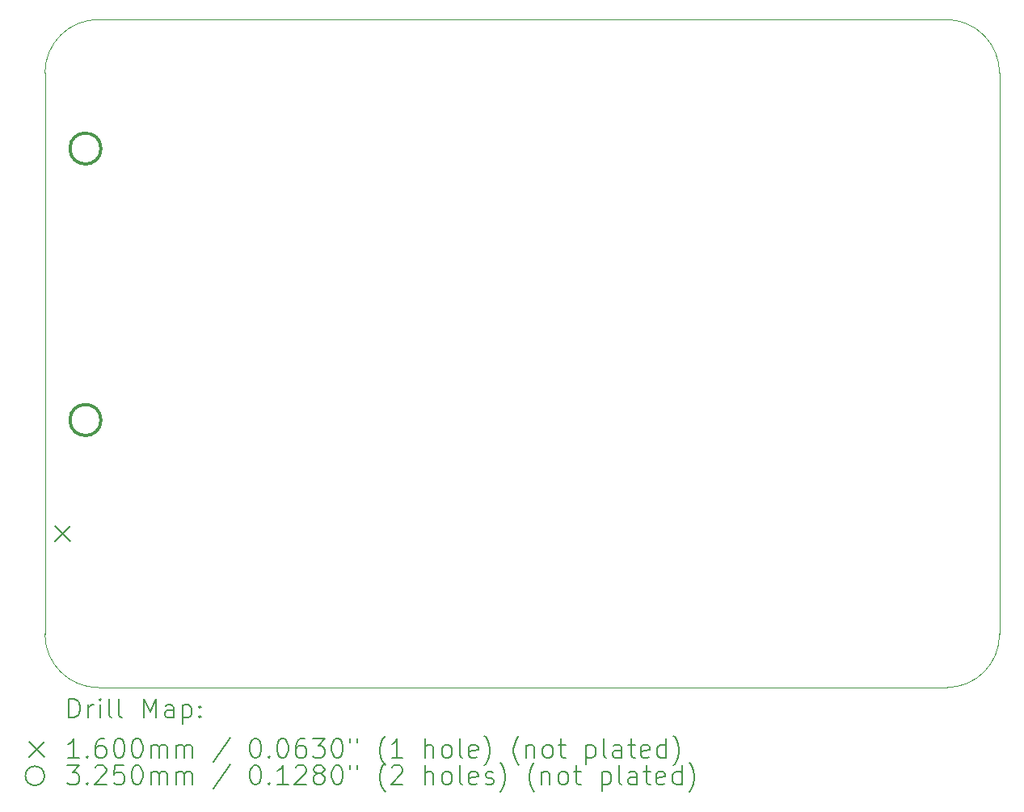
<source format=gbr>
%TF.GenerationSoftware,KiCad,Pcbnew,6.0.9+dfsg-1*%
%TF.CreationDate,2022-12-03T23:11:16+00:00*%
%TF.ProjectId,Token_Ring_MAU,546f6b65-6e5f-4526-996e-675f4d41552e,rev?*%
%TF.SameCoordinates,Original*%
%TF.FileFunction,Drillmap*%
%TF.FilePolarity,Positive*%
%FSLAX45Y45*%
G04 Gerber Fmt 4.5, Leading zero omitted, Abs format (unit mm)*
G04 Created by KiCad (PCBNEW 6.0.9+dfsg-1) date 2022-12-03 23:11:16*
%MOMM*%
%LPD*%
G01*
G04 APERTURE LIST*
%ADD10C,0.100000*%
%ADD11C,0.200000*%
%ADD12C,0.160000*%
%ADD13C,0.325000*%
G04 APERTURE END LIST*
D10*
X10000000Y-11440000D02*
G75*
G03*
X10560000Y-12000000I560000J0D01*
G01*
X10560000Y-5000000D02*
G75*
G03*
X10000000Y-5560000I0J-560000D01*
G01*
X19450000Y-12000000D02*
G75*
G03*
X20000000Y-11440000I-5000J555000D01*
G01*
X20000000Y-11440000D02*
X20000000Y-5560000D01*
X10000000Y-5560000D02*
X10000000Y-11440000D01*
X20000000Y-5560000D02*
G75*
G03*
X19440000Y-5000000I-560000J0D01*
G01*
X10560000Y-12000000D02*
X19450000Y-12000000D01*
X10560000Y-5000000D02*
X19440000Y-5000000D01*
D11*
D12*
X10108700Y-10310900D02*
X10268700Y-10470900D01*
X10268700Y-10310900D02*
X10108700Y-10470900D01*
D13*
X10586700Y-6351700D02*
G75*
G03*
X10586700Y-6351700I-162500J0D01*
G01*
X10586700Y-9196700D02*
G75*
G03*
X10586700Y-9196700I-162500J0D01*
G01*
D11*
X10252619Y-12315476D02*
X10252619Y-12115476D01*
X10300238Y-12115476D01*
X10328810Y-12125000D01*
X10347857Y-12144048D01*
X10357381Y-12163095D01*
X10366905Y-12201190D01*
X10366905Y-12229762D01*
X10357381Y-12267857D01*
X10347857Y-12286905D01*
X10328810Y-12305952D01*
X10300238Y-12315476D01*
X10252619Y-12315476D01*
X10452619Y-12315476D02*
X10452619Y-12182143D01*
X10452619Y-12220238D02*
X10462143Y-12201190D01*
X10471667Y-12191667D01*
X10490714Y-12182143D01*
X10509762Y-12182143D01*
X10576429Y-12315476D02*
X10576429Y-12182143D01*
X10576429Y-12115476D02*
X10566905Y-12125000D01*
X10576429Y-12134524D01*
X10585952Y-12125000D01*
X10576429Y-12115476D01*
X10576429Y-12134524D01*
X10700238Y-12315476D02*
X10681190Y-12305952D01*
X10671667Y-12286905D01*
X10671667Y-12115476D01*
X10805000Y-12315476D02*
X10785952Y-12305952D01*
X10776429Y-12286905D01*
X10776429Y-12115476D01*
X11033571Y-12315476D02*
X11033571Y-12115476D01*
X11100238Y-12258333D01*
X11166905Y-12115476D01*
X11166905Y-12315476D01*
X11347857Y-12315476D02*
X11347857Y-12210714D01*
X11338333Y-12191667D01*
X11319286Y-12182143D01*
X11281190Y-12182143D01*
X11262143Y-12191667D01*
X11347857Y-12305952D02*
X11328809Y-12315476D01*
X11281190Y-12315476D01*
X11262143Y-12305952D01*
X11252619Y-12286905D01*
X11252619Y-12267857D01*
X11262143Y-12248809D01*
X11281190Y-12239286D01*
X11328809Y-12239286D01*
X11347857Y-12229762D01*
X11443095Y-12182143D02*
X11443095Y-12382143D01*
X11443095Y-12191667D02*
X11462143Y-12182143D01*
X11500238Y-12182143D01*
X11519286Y-12191667D01*
X11528809Y-12201190D01*
X11538333Y-12220238D01*
X11538333Y-12277381D01*
X11528809Y-12296428D01*
X11519286Y-12305952D01*
X11500238Y-12315476D01*
X11462143Y-12315476D01*
X11443095Y-12305952D01*
X11624048Y-12296428D02*
X11633571Y-12305952D01*
X11624048Y-12315476D01*
X11614524Y-12305952D01*
X11624048Y-12296428D01*
X11624048Y-12315476D01*
X11624048Y-12191667D02*
X11633571Y-12201190D01*
X11624048Y-12210714D01*
X11614524Y-12201190D01*
X11624048Y-12191667D01*
X11624048Y-12210714D01*
D12*
X9835000Y-12565000D02*
X9995000Y-12725000D01*
X9995000Y-12565000D02*
X9835000Y-12725000D01*
D11*
X10357381Y-12735476D02*
X10243095Y-12735476D01*
X10300238Y-12735476D02*
X10300238Y-12535476D01*
X10281190Y-12564048D01*
X10262143Y-12583095D01*
X10243095Y-12592619D01*
X10443095Y-12716428D02*
X10452619Y-12725952D01*
X10443095Y-12735476D01*
X10433571Y-12725952D01*
X10443095Y-12716428D01*
X10443095Y-12735476D01*
X10624048Y-12535476D02*
X10585952Y-12535476D01*
X10566905Y-12545000D01*
X10557381Y-12554524D01*
X10538333Y-12583095D01*
X10528810Y-12621190D01*
X10528810Y-12697381D01*
X10538333Y-12716428D01*
X10547857Y-12725952D01*
X10566905Y-12735476D01*
X10605000Y-12735476D01*
X10624048Y-12725952D01*
X10633571Y-12716428D01*
X10643095Y-12697381D01*
X10643095Y-12649762D01*
X10633571Y-12630714D01*
X10624048Y-12621190D01*
X10605000Y-12611667D01*
X10566905Y-12611667D01*
X10547857Y-12621190D01*
X10538333Y-12630714D01*
X10528810Y-12649762D01*
X10766905Y-12535476D02*
X10785952Y-12535476D01*
X10805000Y-12545000D01*
X10814524Y-12554524D01*
X10824048Y-12573571D01*
X10833571Y-12611667D01*
X10833571Y-12659286D01*
X10824048Y-12697381D01*
X10814524Y-12716428D01*
X10805000Y-12725952D01*
X10785952Y-12735476D01*
X10766905Y-12735476D01*
X10747857Y-12725952D01*
X10738333Y-12716428D01*
X10728810Y-12697381D01*
X10719286Y-12659286D01*
X10719286Y-12611667D01*
X10728810Y-12573571D01*
X10738333Y-12554524D01*
X10747857Y-12545000D01*
X10766905Y-12535476D01*
X10957381Y-12535476D02*
X10976429Y-12535476D01*
X10995476Y-12545000D01*
X11005000Y-12554524D01*
X11014524Y-12573571D01*
X11024048Y-12611667D01*
X11024048Y-12659286D01*
X11014524Y-12697381D01*
X11005000Y-12716428D01*
X10995476Y-12725952D01*
X10976429Y-12735476D01*
X10957381Y-12735476D01*
X10938333Y-12725952D01*
X10928810Y-12716428D01*
X10919286Y-12697381D01*
X10909762Y-12659286D01*
X10909762Y-12611667D01*
X10919286Y-12573571D01*
X10928810Y-12554524D01*
X10938333Y-12545000D01*
X10957381Y-12535476D01*
X11109762Y-12735476D02*
X11109762Y-12602143D01*
X11109762Y-12621190D02*
X11119286Y-12611667D01*
X11138333Y-12602143D01*
X11166905Y-12602143D01*
X11185952Y-12611667D01*
X11195476Y-12630714D01*
X11195476Y-12735476D01*
X11195476Y-12630714D02*
X11205000Y-12611667D01*
X11224048Y-12602143D01*
X11252619Y-12602143D01*
X11271667Y-12611667D01*
X11281190Y-12630714D01*
X11281190Y-12735476D01*
X11376428Y-12735476D02*
X11376428Y-12602143D01*
X11376428Y-12621190D02*
X11385952Y-12611667D01*
X11405000Y-12602143D01*
X11433571Y-12602143D01*
X11452619Y-12611667D01*
X11462143Y-12630714D01*
X11462143Y-12735476D01*
X11462143Y-12630714D02*
X11471667Y-12611667D01*
X11490714Y-12602143D01*
X11519286Y-12602143D01*
X11538333Y-12611667D01*
X11547857Y-12630714D01*
X11547857Y-12735476D01*
X11938333Y-12525952D02*
X11766905Y-12783095D01*
X12195476Y-12535476D02*
X12214524Y-12535476D01*
X12233571Y-12545000D01*
X12243095Y-12554524D01*
X12252619Y-12573571D01*
X12262143Y-12611667D01*
X12262143Y-12659286D01*
X12252619Y-12697381D01*
X12243095Y-12716428D01*
X12233571Y-12725952D01*
X12214524Y-12735476D01*
X12195476Y-12735476D01*
X12176428Y-12725952D01*
X12166905Y-12716428D01*
X12157381Y-12697381D01*
X12147857Y-12659286D01*
X12147857Y-12611667D01*
X12157381Y-12573571D01*
X12166905Y-12554524D01*
X12176428Y-12545000D01*
X12195476Y-12535476D01*
X12347857Y-12716428D02*
X12357381Y-12725952D01*
X12347857Y-12735476D01*
X12338333Y-12725952D01*
X12347857Y-12716428D01*
X12347857Y-12735476D01*
X12481190Y-12535476D02*
X12500238Y-12535476D01*
X12519286Y-12545000D01*
X12528809Y-12554524D01*
X12538333Y-12573571D01*
X12547857Y-12611667D01*
X12547857Y-12659286D01*
X12538333Y-12697381D01*
X12528809Y-12716428D01*
X12519286Y-12725952D01*
X12500238Y-12735476D01*
X12481190Y-12735476D01*
X12462143Y-12725952D01*
X12452619Y-12716428D01*
X12443095Y-12697381D01*
X12433571Y-12659286D01*
X12433571Y-12611667D01*
X12443095Y-12573571D01*
X12452619Y-12554524D01*
X12462143Y-12545000D01*
X12481190Y-12535476D01*
X12719286Y-12535476D02*
X12681190Y-12535476D01*
X12662143Y-12545000D01*
X12652619Y-12554524D01*
X12633571Y-12583095D01*
X12624048Y-12621190D01*
X12624048Y-12697381D01*
X12633571Y-12716428D01*
X12643095Y-12725952D01*
X12662143Y-12735476D01*
X12700238Y-12735476D01*
X12719286Y-12725952D01*
X12728809Y-12716428D01*
X12738333Y-12697381D01*
X12738333Y-12649762D01*
X12728809Y-12630714D01*
X12719286Y-12621190D01*
X12700238Y-12611667D01*
X12662143Y-12611667D01*
X12643095Y-12621190D01*
X12633571Y-12630714D01*
X12624048Y-12649762D01*
X12805000Y-12535476D02*
X12928809Y-12535476D01*
X12862143Y-12611667D01*
X12890714Y-12611667D01*
X12909762Y-12621190D01*
X12919286Y-12630714D01*
X12928809Y-12649762D01*
X12928809Y-12697381D01*
X12919286Y-12716428D01*
X12909762Y-12725952D01*
X12890714Y-12735476D01*
X12833571Y-12735476D01*
X12814524Y-12725952D01*
X12805000Y-12716428D01*
X13052619Y-12535476D02*
X13071667Y-12535476D01*
X13090714Y-12545000D01*
X13100238Y-12554524D01*
X13109762Y-12573571D01*
X13119286Y-12611667D01*
X13119286Y-12659286D01*
X13109762Y-12697381D01*
X13100238Y-12716428D01*
X13090714Y-12725952D01*
X13071667Y-12735476D01*
X13052619Y-12735476D01*
X13033571Y-12725952D01*
X13024048Y-12716428D01*
X13014524Y-12697381D01*
X13005000Y-12659286D01*
X13005000Y-12611667D01*
X13014524Y-12573571D01*
X13024048Y-12554524D01*
X13033571Y-12545000D01*
X13052619Y-12535476D01*
X13195476Y-12535476D02*
X13195476Y-12573571D01*
X13271667Y-12535476D02*
X13271667Y-12573571D01*
X13566905Y-12811667D02*
X13557381Y-12802143D01*
X13538333Y-12773571D01*
X13528809Y-12754524D01*
X13519286Y-12725952D01*
X13509762Y-12678333D01*
X13509762Y-12640238D01*
X13519286Y-12592619D01*
X13528809Y-12564048D01*
X13538333Y-12545000D01*
X13557381Y-12516428D01*
X13566905Y-12506905D01*
X13747857Y-12735476D02*
X13633571Y-12735476D01*
X13690714Y-12735476D02*
X13690714Y-12535476D01*
X13671667Y-12564048D01*
X13652619Y-12583095D01*
X13633571Y-12592619D01*
X13985952Y-12735476D02*
X13985952Y-12535476D01*
X14071667Y-12735476D02*
X14071667Y-12630714D01*
X14062143Y-12611667D01*
X14043095Y-12602143D01*
X14014524Y-12602143D01*
X13995476Y-12611667D01*
X13985952Y-12621190D01*
X14195476Y-12735476D02*
X14176428Y-12725952D01*
X14166905Y-12716428D01*
X14157381Y-12697381D01*
X14157381Y-12640238D01*
X14166905Y-12621190D01*
X14176428Y-12611667D01*
X14195476Y-12602143D01*
X14224048Y-12602143D01*
X14243095Y-12611667D01*
X14252619Y-12621190D01*
X14262143Y-12640238D01*
X14262143Y-12697381D01*
X14252619Y-12716428D01*
X14243095Y-12725952D01*
X14224048Y-12735476D01*
X14195476Y-12735476D01*
X14376428Y-12735476D02*
X14357381Y-12725952D01*
X14347857Y-12706905D01*
X14347857Y-12535476D01*
X14528809Y-12725952D02*
X14509762Y-12735476D01*
X14471667Y-12735476D01*
X14452619Y-12725952D01*
X14443095Y-12706905D01*
X14443095Y-12630714D01*
X14452619Y-12611667D01*
X14471667Y-12602143D01*
X14509762Y-12602143D01*
X14528809Y-12611667D01*
X14538333Y-12630714D01*
X14538333Y-12649762D01*
X14443095Y-12668809D01*
X14605000Y-12811667D02*
X14614524Y-12802143D01*
X14633571Y-12773571D01*
X14643095Y-12754524D01*
X14652619Y-12725952D01*
X14662143Y-12678333D01*
X14662143Y-12640238D01*
X14652619Y-12592619D01*
X14643095Y-12564048D01*
X14633571Y-12545000D01*
X14614524Y-12516428D01*
X14605000Y-12506905D01*
X14966905Y-12811667D02*
X14957381Y-12802143D01*
X14938333Y-12773571D01*
X14928809Y-12754524D01*
X14919286Y-12725952D01*
X14909762Y-12678333D01*
X14909762Y-12640238D01*
X14919286Y-12592619D01*
X14928809Y-12564048D01*
X14938333Y-12545000D01*
X14957381Y-12516428D01*
X14966905Y-12506905D01*
X15043095Y-12602143D02*
X15043095Y-12735476D01*
X15043095Y-12621190D02*
X15052619Y-12611667D01*
X15071667Y-12602143D01*
X15100238Y-12602143D01*
X15119286Y-12611667D01*
X15128809Y-12630714D01*
X15128809Y-12735476D01*
X15252619Y-12735476D02*
X15233571Y-12725952D01*
X15224048Y-12716428D01*
X15214524Y-12697381D01*
X15214524Y-12640238D01*
X15224048Y-12621190D01*
X15233571Y-12611667D01*
X15252619Y-12602143D01*
X15281190Y-12602143D01*
X15300238Y-12611667D01*
X15309762Y-12621190D01*
X15319286Y-12640238D01*
X15319286Y-12697381D01*
X15309762Y-12716428D01*
X15300238Y-12725952D01*
X15281190Y-12735476D01*
X15252619Y-12735476D01*
X15376428Y-12602143D02*
X15452619Y-12602143D01*
X15405000Y-12535476D02*
X15405000Y-12706905D01*
X15414524Y-12725952D01*
X15433571Y-12735476D01*
X15452619Y-12735476D01*
X15671667Y-12602143D02*
X15671667Y-12802143D01*
X15671667Y-12611667D02*
X15690714Y-12602143D01*
X15728809Y-12602143D01*
X15747857Y-12611667D01*
X15757381Y-12621190D01*
X15766905Y-12640238D01*
X15766905Y-12697381D01*
X15757381Y-12716428D01*
X15747857Y-12725952D01*
X15728809Y-12735476D01*
X15690714Y-12735476D01*
X15671667Y-12725952D01*
X15881190Y-12735476D02*
X15862143Y-12725952D01*
X15852619Y-12706905D01*
X15852619Y-12535476D01*
X16043095Y-12735476D02*
X16043095Y-12630714D01*
X16033571Y-12611667D01*
X16014524Y-12602143D01*
X15976428Y-12602143D01*
X15957381Y-12611667D01*
X16043095Y-12725952D02*
X16024048Y-12735476D01*
X15976428Y-12735476D01*
X15957381Y-12725952D01*
X15947857Y-12706905D01*
X15947857Y-12687857D01*
X15957381Y-12668809D01*
X15976428Y-12659286D01*
X16024048Y-12659286D01*
X16043095Y-12649762D01*
X16109762Y-12602143D02*
X16185952Y-12602143D01*
X16138333Y-12535476D02*
X16138333Y-12706905D01*
X16147857Y-12725952D01*
X16166905Y-12735476D01*
X16185952Y-12735476D01*
X16328809Y-12725952D02*
X16309762Y-12735476D01*
X16271667Y-12735476D01*
X16252619Y-12725952D01*
X16243095Y-12706905D01*
X16243095Y-12630714D01*
X16252619Y-12611667D01*
X16271667Y-12602143D01*
X16309762Y-12602143D01*
X16328809Y-12611667D01*
X16338333Y-12630714D01*
X16338333Y-12649762D01*
X16243095Y-12668809D01*
X16509762Y-12735476D02*
X16509762Y-12535476D01*
X16509762Y-12725952D02*
X16490714Y-12735476D01*
X16452619Y-12735476D01*
X16433571Y-12725952D01*
X16424048Y-12716428D01*
X16414524Y-12697381D01*
X16414524Y-12640238D01*
X16424048Y-12621190D01*
X16433571Y-12611667D01*
X16452619Y-12602143D01*
X16490714Y-12602143D01*
X16509762Y-12611667D01*
X16585952Y-12811667D02*
X16595476Y-12802143D01*
X16614524Y-12773571D01*
X16624048Y-12754524D01*
X16633571Y-12725952D01*
X16643095Y-12678333D01*
X16643095Y-12640238D01*
X16633571Y-12592619D01*
X16624048Y-12564048D01*
X16614524Y-12545000D01*
X16595476Y-12516428D01*
X16585952Y-12506905D01*
X9995000Y-12925000D02*
G75*
G03*
X9995000Y-12925000I-100000J0D01*
G01*
X10233571Y-12815476D02*
X10357381Y-12815476D01*
X10290714Y-12891667D01*
X10319286Y-12891667D01*
X10338333Y-12901190D01*
X10347857Y-12910714D01*
X10357381Y-12929762D01*
X10357381Y-12977381D01*
X10347857Y-12996428D01*
X10338333Y-13005952D01*
X10319286Y-13015476D01*
X10262143Y-13015476D01*
X10243095Y-13005952D01*
X10233571Y-12996428D01*
X10443095Y-12996428D02*
X10452619Y-13005952D01*
X10443095Y-13015476D01*
X10433571Y-13005952D01*
X10443095Y-12996428D01*
X10443095Y-13015476D01*
X10528810Y-12834524D02*
X10538333Y-12825000D01*
X10557381Y-12815476D01*
X10605000Y-12815476D01*
X10624048Y-12825000D01*
X10633571Y-12834524D01*
X10643095Y-12853571D01*
X10643095Y-12872619D01*
X10633571Y-12901190D01*
X10519286Y-13015476D01*
X10643095Y-13015476D01*
X10824048Y-12815476D02*
X10728810Y-12815476D01*
X10719286Y-12910714D01*
X10728810Y-12901190D01*
X10747857Y-12891667D01*
X10795476Y-12891667D01*
X10814524Y-12901190D01*
X10824048Y-12910714D01*
X10833571Y-12929762D01*
X10833571Y-12977381D01*
X10824048Y-12996428D01*
X10814524Y-13005952D01*
X10795476Y-13015476D01*
X10747857Y-13015476D01*
X10728810Y-13005952D01*
X10719286Y-12996428D01*
X10957381Y-12815476D02*
X10976429Y-12815476D01*
X10995476Y-12825000D01*
X11005000Y-12834524D01*
X11014524Y-12853571D01*
X11024048Y-12891667D01*
X11024048Y-12939286D01*
X11014524Y-12977381D01*
X11005000Y-12996428D01*
X10995476Y-13005952D01*
X10976429Y-13015476D01*
X10957381Y-13015476D01*
X10938333Y-13005952D01*
X10928810Y-12996428D01*
X10919286Y-12977381D01*
X10909762Y-12939286D01*
X10909762Y-12891667D01*
X10919286Y-12853571D01*
X10928810Y-12834524D01*
X10938333Y-12825000D01*
X10957381Y-12815476D01*
X11109762Y-13015476D02*
X11109762Y-12882143D01*
X11109762Y-12901190D02*
X11119286Y-12891667D01*
X11138333Y-12882143D01*
X11166905Y-12882143D01*
X11185952Y-12891667D01*
X11195476Y-12910714D01*
X11195476Y-13015476D01*
X11195476Y-12910714D02*
X11205000Y-12891667D01*
X11224048Y-12882143D01*
X11252619Y-12882143D01*
X11271667Y-12891667D01*
X11281190Y-12910714D01*
X11281190Y-13015476D01*
X11376428Y-13015476D02*
X11376428Y-12882143D01*
X11376428Y-12901190D02*
X11385952Y-12891667D01*
X11405000Y-12882143D01*
X11433571Y-12882143D01*
X11452619Y-12891667D01*
X11462143Y-12910714D01*
X11462143Y-13015476D01*
X11462143Y-12910714D02*
X11471667Y-12891667D01*
X11490714Y-12882143D01*
X11519286Y-12882143D01*
X11538333Y-12891667D01*
X11547857Y-12910714D01*
X11547857Y-13015476D01*
X11938333Y-12805952D02*
X11766905Y-13063095D01*
X12195476Y-12815476D02*
X12214524Y-12815476D01*
X12233571Y-12825000D01*
X12243095Y-12834524D01*
X12252619Y-12853571D01*
X12262143Y-12891667D01*
X12262143Y-12939286D01*
X12252619Y-12977381D01*
X12243095Y-12996428D01*
X12233571Y-13005952D01*
X12214524Y-13015476D01*
X12195476Y-13015476D01*
X12176428Y-13005952D01*
X12166905Y-12996428D01*
X12157381Y-12977381D01*
X12147857Y-12939286D01*
X12147857Y-12891667D01*
X12157381Y-12853571D01*
X12166905Y-12834524D01*
X12176428Y-12825000D01*
X12195476Y-12815476D01*
X12347857Y-12996428D02*
X12357381Y-13005952D01*
X12347857Y-13015476D01*
X12338333Y-13005952D01*
X12347857Y-12996428D01*
X12347857Y-13015476D01*
X12547857Y-13015476D02*
X12433571Y-13015476D01*
X12490714Y-13015476D02*
X12490714Y-12815476D01*
X12471667Y-12844048D01*
X12452619Y-12863095D01*
X12433571Y-12872619D01*
X12624048Y-12834524D02*
X12633571Y-12825000D01*
X12652619Y-12815476D01*
X12700238Y-12815476D01*
X12719286Y-12825000D01*
X12728809Y-12834524D01*
X12738333Y-12853571D01*
X12738333Y-12872619D01*
X12728809Y-12901190D01*
X12614524Y-13015476D01*
X12738333Y-13015476D01*
X12852619Y-12901190D02*
X12833571Y-12891667D01*
X12824048Y-12882143D01*
X12814524Y-12863095D01*
X12814524Y-12853571D01*
X12824048Y-12834524D01*
X12833571Y-12825000D01*
X12852619Y-12815476D01*
X12890714Y-12815476D01*
X12909762Y-12825000D01*
X12919286Y-12834524D01*
X12928809Y-12853571D01*
X12928809Y-12863095D01*
X12919286Y-12882143D01*
X12909762Y-12891667D01*
X12890714Y-12901190D01*
X12852619Y-12901190D01*
X12833571Y-12910714D01*
X12824048Y-12920238D01*
X12814524Y-12939286D01*
X12814524Y-12977381D01*
X12824048Y-12996428D01*
X12833571Y-13005952D01*
X12852619Y-13015476D01*
X12890714Y-13015476D01*
X12909762Y-13005952D01*
X12919286Y-12996428D01*
X12928809Y-12977381D01*
X12928809Y-12939286D01*
X12919286Y-12920238D01*
X12909762Y-12910714D01*
X12890714Y-12901190D01*
X13052619Y-12815476D02*
X13071667Y-12815476D01*
X13090714Y-12825000D01*
X13100238Y-12834524D01*
X13109762Y-12853571D01*
X13119286Y-12891667D01*
X13119286Y-12939286D01*
X13109762Y-12977381D01*
X13100238Y-12996428D01*
X13090714Y-13005952D01*
X13071667Y-13015476D01*
X13052619Y-13015476D01*
X13033571Y-13005952D01*
X13024048Y-12996428D01*
X13014524Y-12977381D01*
X13005000Y-12939286D01*
X13005000Y-12891667D01*
X13014524Y-12853571D01*
X13024048Y-12834524D01*
X13033571Y-12825000D01*
X13052619Y-12815476D01*
X13195476Y-12815476D02*
X13195476Y-12853571D01*
X13271667Y-12815476D02*
X13271667Y-12853571D01*
X13566905Y-13091667D02*
X13557381Y-13082143D01*
X13538333Y-13053571D01*
X13528809Y-13034524D01*
X13519286Y-13005952D01*
X13509762Y-12958333D01*
X13509762Y-12920238D01*
X13519286Y-12872619D01*
X13528809Y-12844048D01*
X13538333Y-12825000D01*
X13557381Y-12796428D01*
X13566905Y-12786905D01*
X13633571Y-12834524D02*
X13643095Y-12825000D01*
X13662143Y-12815476D01*
X13709762Y-12815476D01*
X13728809Y-12825000D01*
X13738333Y-12834524D01*
X13747857Y-12853571D01*
X13747857Y-12872619D01*
X13738333Y-12901190D01*
X13624048Y-13015476D01*
X13747857Y-13015476D01*
X13985952Y-13015476D02*
X13985952Y-12815476D01*
X14071667Y-13015476D02*
X14071667Y-12910714D01*
X14062143Y-12891667D01*
X14043095Y-12882143D01*
X14014524Y-12882143D01*
X13995476Y-12891667D01*
X13985952Y-12901190D01*
X14195476Y-13015476D02*
X14176428Y-13005952D01*
X14166905Y-12996428D01*
X14157381Y-12977381D01*
X14157381Y-12920238D01*
X14166905Y-12901190D01*
X14176428Y-12891667D01*
X14195476Y-12882143D01*
X14224048Y-12882143D01*
X14243095Y-12891667D01*
X14252619Y-12901190D01*
X14262143Y-12920238D01*
X14262143Y-12977381D01*
X14252619Y-12996428D01*
X14243095Y-13005952D01*
X14224048Y-13015476D01*
X14195476Y-13015476D01*
X14376428Y-13015476D02*
X14357381Y-13005952D01*
X14347857Y-12986905D01*
X14347857Y-12815476D01*
X14528809Y-13005952D02*
X14509762Y-13015476D01*
X14471667Y-13015476D01*
X14452619Y-13005952D01*
X14443095Y-12986905D01*
X14443095Y-12910714D01*
X14452619Y-12891667D01*
X14471667Y-12882143D01*
X14509762Y-12882143D01*
X14528809Y-12891667D01*
X14538333Y-12910714D01*
X14538333Y-12929762D01*
X14443095Y-12948809D01*
X14614524Y-13005952D02*
X14633571Y-13015476D01*
X14671667Y-13015476D01*
X14690714Y-13005952D01*
X14700238Y-12986905D01*
X14700238Y-12977381D01*
X14690714Y-12958333D01*
X14671667Y-12948809D01*
X14643095Y-12948809D01*
X14624048Y-12939286D01*
X14614524Y-12920238D01*
X14614524Y-12910714D01*
X14624048Y-12891667D01*
X14643095Y-12882143D01*
X14671667Y-12882143D01*
X14690714Y-12891667D01*
X14766905Y-13091667D02*
X14776428Y-13082143D01*
X14795476Y-13053571D01*
X14805000Y-13034524D01*
X14814524Y-13005952D01*
X14824048Y-12958333D01*
X14824048Y-12920238D01*
X14814524Y-12872619D01*
X14805000Y-12844048D01*
X14795476Y-12825000D01*
X14776428Y-12796428D01*
X14766905Y-12786905D01*
X15128809Y-13091667D02*
X15119286Y-13082143D01*
X15100238Y-13053571D01*
X15090714Y-13034524D01*
X15081190Y-13005952D01*
X15071667Y-12958333D01*
X15071667Y-12920238D01*
X15081190Y-12872619D01*
X15090714Y-12844048D01*
X15100238Y-12825000D01*
X15119286Y-12796428D01*
X15128809Y-12786905D01*
X15205000Y-12882143D02*
X15205000Y-13015476D01*
X15205000Y-12901190D02*
X15214524Y-12891667D01*
X15233571Y-12882143D01*
X15262143Y-12882143D01*
X15281190Y-12891667D01*
X15290714Y-12910714D01*
X15290714Y-13015476D01*
X15414524Y-13015476D02*
X15395476Y-13005952D01*
X15385952Y-12996428D01*
X15376428Y-12977381D01*
X15376428Y-12920238D01*
X15385952Y-12901190D01*
X15395476Y-12891667D01*
X15414524Y-12882143D01*
X15443095Y-12882143D01*
X15462143Y-12891667D01*
X15471667Y-12901190D01*
X15481190Y-12920238D01*
X15481190Y-12977381D01*
X15471667Y-12996428D01*
X15462143Y-13005952D01*
X15443095Y-13015476D01*
X15414524Y-13015476D01*
X15538333Y-12882143D02*
X15614524Y-12882143D01*
X15566905Y-12815476D02*
X15566905Y-12986905D01*
X15576428Y-13005952D01*
X15595476Y-13015476D01*
X15614524Y-13015476D01*
X15833571Y-12882143D02*
X15833571Y-13082143D01*
X15833571Y-12891667D02*
X15852619Y-12882143D01*
X15890714Y-12882143D01*
X15909762Y-12891667D01*
X15919286Y-12901190D01*
X15928809Y-12920238D01*
X15928809Y-12977381D01*
X15919286Y-12996428D01*
X15909762Y-13005952D01*
X15890714Y-13015476D01*
X15852619Y-13015476D01*
X15833571Y-13005952D01*
X16043095Y-13015476D02*
X16024048Y-13005952D01*
X16014524Y-12986905D01*
X16014524Y-12815476D01*
X16205000Y-13015476D02*
X16205000Y-12910714D01*
X16195476Y-12891667D01*
X16176428Y-12882143D01*
X16138333Y-12882143D01*
X16119286Y-12891667D01*
X16205000Y-13005952D02*
X16185952Y-13015476D01*
X16138333Y-13015476D01*
X16119286Y-13005952D01*
X16109762Y-12986905D01*
X16109762Y-12967857D01*
X16119286Y-12948809D01*
X16138333Y-12939286D01*
X16185952Y-12939286D01*
X16205000Y-12929762D01*
X16271667Y-12882143D02*
X16347857Y-12882143D01*
X16300238Y-12815476D02*
X16300238Y-12986905D01*
X16309762Y-13005952D01*
X16328809Y-13015476D01*
X16347857Y-13015476D01*
X16490714Y-13005952D02*
X16471667Y-13015476D01*
X16433571Y-13015476D01*
X16414524Y-13005952D01*
X16405000Y-12986905D01*
X16405000Y-12910714D01*
X16414524Y-12891667D01*
X16433571Y-12882143D01*
X16471667Y-12882143D01*
X16490714Y-12891667D01*
X16500238Y-12910714D01*
X16500238Y-12929762D01*
X16405000Y-12948809D01*
X16671667Y-13015476D02*
X16671667Y-12815476D01*
X16671667Y-13005952D02*
X16652619Y-13015476D01*
X16614524Y-13015476D01*
X16595476Y-13005952D01*
X16585952Y-12996428D01*
X16576428Y-12977381D01*
X16576428Y-12920238D01*
X16585952Y-12901190D01*
X16595476Y-12891667D01*
X16614524Y-12882143D01*
X16652619Y-12882143D01*
X16671667Y-12891667D01*
X16747857Y-13091667D02*
X16757381Y-13082143D01*
X16776428Y-13053571D01*
X16785952Y-13034524D01*
X16795476Y-13005952D01*
X16805000Y-12958333D01*
X16805000Y-12920238D01*
X16795476Y-12872619D01*
X16785952Y-12844048D01*
X16776428Y-12825000D01*
X16757381Y-12796428D01*
X16747857Y-12786905D01*
M02*

</source>
